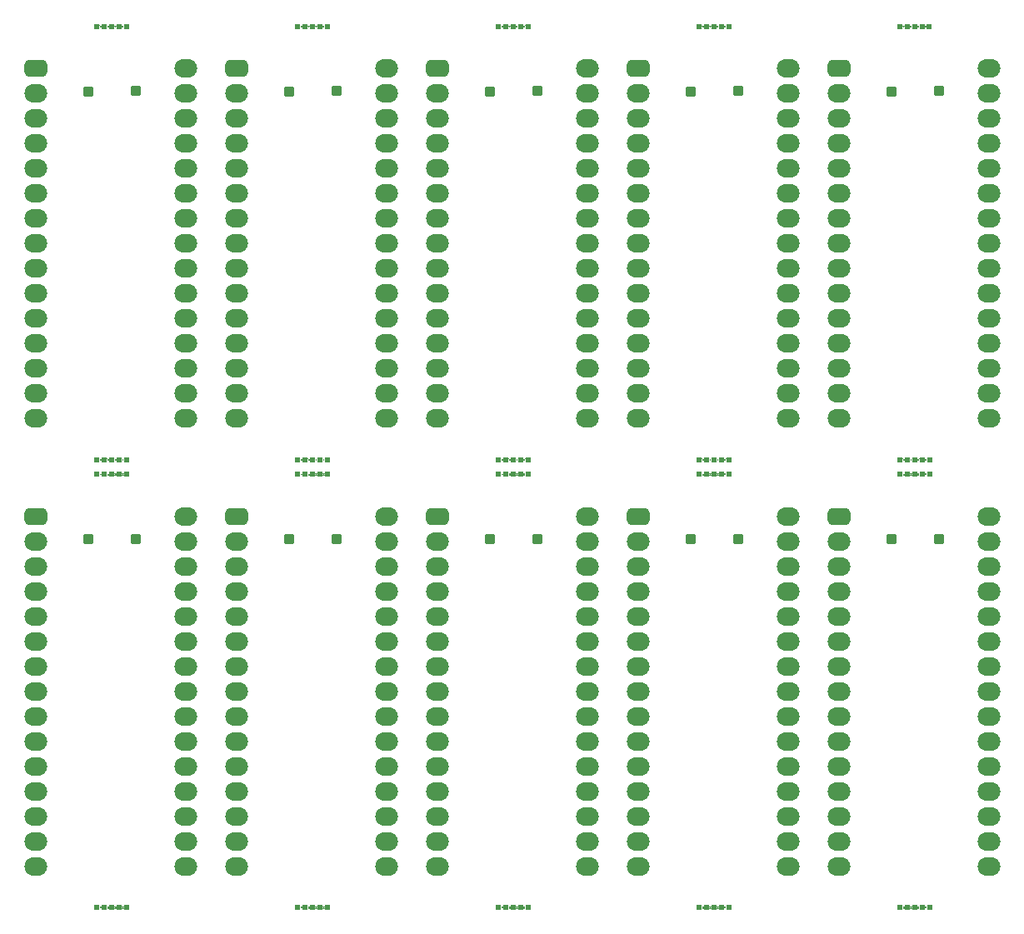
<source format=gbs>
G04 #@! TF.GenerationSoftware,KiCad,Pcbnew,6.0.1-79c1e3a40b~116~ubuntu20.04.1*
G04 #@! TF.CreationDate,2022-01-18T16:31:01+01:00*
G04 #@! TF.ProjectId,10xNano_GPIB,3130784e-616e-46f5-9f47-5049422e6b69,rev?*
G04 #@! TF.SameCoordinates,Original*
G04 #@! TF.FileFunction,Soldermask,Bot*
G04 #@! TF.FilePolarity,Negative*
%FSLAX46Y46*%
G04 Gerber Fmt 4.6, Leading zero omitted, Abs format (unit mm)*
G04 Created by KiCad (PCBNEW 6.0.1-79c1e3a40b~116~ubuntu20.04.1) date 2022-01-18 16:31:01*
%MOMM*%
%LPD*%
G01*
G04 APERTURE LIST*
G04 Aperture macros list*
%AMRoundRect*
0 Rectangle with rounded corners*
0 $1 Rounding radius*
0 $2 $3 $4 $5 $6 $7 $8 $9 X,Y pos of 4 corners*
0 Add a 4 corners polygon primitive as box body*
4,1,4,$2,$3,$4,$5,$6,$7,$8,$9,$2,$3,0*
0 Add four circle primitives for the rounded corners*
1,1,$1+$1,$2,$3*
1,1,$1+$1,$4,$5*
1,1,$1+$1,$6,$7*
1,1,$1+$1,$8,$9*
0 Add four rect primitives between the rounded corners*
20,1,$1+$1,$2,$3,$4,$5,0*
20,1,$1+$1,$4,$5,$6,$7,0*
20,1,$1+$1,$6,$7,$8,$9,0*
20,1,$1+$1,$8,$9,$2,$3,0*%
G04 Aperture macros list end*
%ADD10RoundRect,0.051000X0.425000X0.425000X-0.425000X0.425000X-0.425000X-0.425000X0.425000X-0.425000X0*%
%ADD11C,0.602000*%
%ADD12RoundRect,0.451000X-0.700000X-0.400000X0.700000X-0.400000X0.700000X0.400000X-0.700000X0.400000X0*%
%ADD13O,2.302000X1.902000*%
G04 APERTURE END LIST*
D10*
X98030439Y-100729447D03*
X123240439Y-100669447D03*
X98030439Y-55229447D03*
X143640439Y-100669447D03*
X57230439Y-55229447D03*
D11*
X80010000Y-48610000D03*
X78510000Y-48610000D03*
X81510000Y-48610000D03*
X80760000Y-48610000D03*
X79260000Y-48610000D03*
D12*
X113090000Y-52880000D03*
D13*
X113090000Y-55420000D03*
X113090000Y-57960000D03*
X113090000Y-60500000D03*
X113090000Y-63040000D03*
X113090000Y-65580000D03*
X113090000Y-68120000D03*
X113090000Y-70660000D03*
X113090000Y-73200000D03*
X113090000Y-75740000D03*
X113090000Y-78280000D03*
X113090000Y-80820000D03*
X113090000Y-83360000D03*
X113090000Y-85900000D03*
X113090000Y-88440000D03*
X128330000Y-88440000D03*
X128330000Y-85900000D03*
X128330000Y-83360000D03*
X128330000Y-80820000D03*
X128330000Y-78280000D03*
X128330000Y-75740000D03*
X128330000Y-73200000D03*
X128330000Y-70660000D03*
X128330000Y-68120000D03*
X128330000Y-65580000D03*
X128330000Y-63040000D03*
X128330000Y-60500000D03*
X128330000Y-57960000D03*
X128330000Y-55420000D03*
X128330000Y-52880000D03*
D11*
X61120000Y-92630000D03*
X60370000Y-94130000D03*
X60370000Y-92630000D03*
X59620000Y-92630000D03*
X58120000Y-94130000D03*
X61120000Y-94130000D03*
X58870000Y-92630000D03*
X59620000Y-94130000D03*
X58870000Y-94130000D03*
X58120000Y-92630000D03*
D12*
X72290000Y-52880000D03*
D13*
X72290000Y-55420000D03*
X72290000Y-57960000D03*
X72290000Y-60500000D03*
X72290000Y-63040000D03*
X72290000Y-65580000D03*
X72290000Y-68120000D03*
X72290000Y-70660000D03*
X72290000Y-73200000D03*
X72290000Y-75740000D03*
X72290000Y-78280000D03*
X72290000Y-80820000D03*
X72290000Y-83360000D03*
X72290000Y-85900000D03*
X72290000Y-88440000D03*
X87530000Y-88440000D03*
X87530000Y-85900000D03*
X87530000Y-83360000D03*
X87530000Y-80820000D03*
X87530000Y-78280000D03*
X87530000Y-75740000D03*
X87530000Y-73200000D03*
X87530000Y-70660000D03*
X87530000Y-68120000D03*
X87530000Y-65580000D03*
X87530000Y-63040000D03*
X87530000Y-60500000D03*
X87530000Y-57960000D03*
X87530000Y-55420000D03*
X87530000Y-52880000D03*
D12*
X113090000Y-98380000D03*
D13*
X113090000Y-100920000D03*
X113090000Y-103460000D03*
X113090000Y-106000000D03*
X113090000Y-108540000D03*
X113090000Y-111080000D03*
X113090000Y-113620000D03*
X113090000Y-116160000D03*
X113090000Y-118700000D03*
X113090000Y-121240000D03*
X113090000Y-123780000D03*
X113090000Y-126320000D03*
X113090000Y-128860000D03*
X113090000Y-131400000D03*
X113090000Y-133940000D03*
X128330000Y-133940000D03*
X128330000Y-131400000D03*
X128330000Y-128860000D03*
X128330000Y-126320000D03*
X128330000Y-123780000D03*
X128330000Y-121240000D03*
X128330000Y-118700000D03*
X128330000Y-116160000D03*
X128330000Y-113620000D03*
X128330000Y-111080000D03*
X128330000Y-108540000D03*
X128330000Y-106000000D03*
X128330000Y-103460000D03*
X128330000Y-100920000D03*
X128330000Y-98380000D03*
D10*
X138830439Y-100729447D03*
D12*
X72290000Y-98380000D03*
D13*
X72290000Y-100920000D03*
X72290000Y-103460000D03*
X72290000Y-106000000D03*
X72290000Y-108540000D03*
X72290000Y-111080000D03*
X72290000Y-113620000D03*
X72290000Y-116160000D03*
X72290000Y-118700000D03*
X72290000Y-121240000D03*
X72290000Y-123780000D03*
X72290000Y-126320000D03*
X72290000Y-128860000D03*
X72290000Y-131400000D03*
X72290000Y-133940000D03*
X87530000Y-133940000D03*
X87530000Y-131400000D03*
X87530000Y-128860000D03*
X87530000Y-126320000D03*
X87530000Y-123780000D03*
X87530000Y-121240000D03*
X87530000Y-118700000D03*
X87530000Y-116160000D03*
X87530000Y-113620000D03*
X87530000Y-111080000D03*
X87530000Y-108540000D03*
X87530000Y-106000000D03*
X87530000Y-103460000D03*
X87530000Y-100920000D03*
X87530000Y-98380000D03*
D11*
X140470000Y-92630000D03*
X141220000Y-92630000D03*
X141970000Y-94130000D03*
X142720000Y-94130000D03*
X139720000Y-92630000D03*
X142720000Y-92630000D03*
X140470000Y-94130000D03*
X139720000Y-94130000D03*
X141220000Y-94130000D03*
X141970000Y-92630000D03*
D10*
X77630439Y-55229447D03*
D11*
X119320000Y-138140000D03*
X120070000Y-138140000D03*
X122320000Y-138140000D03*
X121570000Y-138140000D03*
X120820000Y-138140000D03*
D12*
X92690000Y-52880000D03*
D13*
X92690000Y-55420000D03*
X92690000Y-57960000D03*
X92690000Y-60500000D03*
X92690000Y-63040000D03*
X92690000Y-65580000D03*
X92690000Y-68120000D03*
X92690000Y-70660000D03*
X92690000Y-73200000D03*
X92690000Y-75740000D03*
X92690000Y-78280000D03*
X92690000Y-80820000D03*
X92690000Y-83360000D03*
X92690000Y-85900000D03*
X92690000Y-88440000D03*
X107930000Y-88440000D03*
X107930000Y-85900000D03*
X107930000Y-83360000D03*
X107930000Y-80820000D03*
X107930000Y-78280000D03*
X107930000Y-75740000D03*
X107930000Y-73200000D03*
X107930000Y-70660000D03*
X107930000Y-68120000D03*
X107930000Y-65580000D03*
X107930000Y-63040000D03*
X107930000Y-60500000D03*
X107930000Y-57960000D03*
X107930000Y-55420000D03*
X107930000Y-52880000D03*
D10*
X102840439Y-55169447D03*
X77630439Y-100729447D03*
X143640439Y-55169447D03*
X118430439Y-55229447D03*
D11*
X98920000Y-138140000D03*
X99670000Y-138140000D03*
X101920000Y-138140000D03*
X101170000Y-138140000D03*
X100420000Y-138140000D03*
D12*
X133490000Y-52880000D03*
D13*
X133490000Y-55420000D03*
X133490000Y-57960000D03*
X133490000Y-60500000D03*
X133490000Y-63040000D03*
X133490000Y-65580000D03*
X133490000Y-68120000D03*
X133490000Y-70660000D03*
X133490000Y-73200000D03*
X133490000Y-75740000D03*
X133490000Y-78280000D03*
X133490000Y-80820000D03*
X133490000Y-83360000D03*
X133490000Y-85900000D03*
X133490000Y-88440000D03*
X148730000Y-88440000D03*
X148730000Y-85900000D03*
X148730000Y-83360000D03*
X148730000Y-80820000D03*
X148730000Y-78280000D03*
X148730000Y-75740000D03*
X148730000Y-73200000D03*
X148730000Y-70660000D03*
X148730000Y-68120000D03*
X148730000Y-65580000D03*
X148730000Y-63040000D03*
X148730000Y-60500000D03*
X148730000Y-57960000D03*
X148730000Y-55420000D03*
X148730000Y-52880000D03*
D11*
X122320000Y-94130000D03*
X120820000Y-92630000D03*
X119320000Y-92630000D03*
X122320000Y-92630000D03*
X119320000Y-94130000D03*
X120820000Y-94130000D03*
X121570000Y-92630000D03*
X120070000Y-92630000D03*
X120070000Y-94130000D03*
X121570000Y-94130000D03*
D10*
X138830439Y-55229447D03*
D12*
X92690000Y-98380000D03*
D13*
X92690000Y-100920000D03*
X92690000Y-103460000D03*
X92690000Y-106000000D03*
X92690000Y-108540000D03*
X92690000Y-111080000D03*
X92690000Y-113620000D03*
X92690000Y-116160000D03*
X92690000Y-118700000D03*
X92690000Y-121240000D03*
X92690000Y-123780000D03*
X92690000Y-126320000D03*
X92690000Y-128860000D03*
X92690000Y-131400000D03*
X92690000Y-133940000D03*
X107930000Y-133940000D03*
X107930000Y-131400000D03*
X107930000Y-128860000D03*
X107930000Y-126320000D03*
X107930000Y-123780000D03*
X107930000Y-121240000D03*
X107930000Y-118700000D03*
X107930000Y-116160000D03*
X107930000Y-113620000D03*
X107930000Y-111080000D03*
X107930000Y-108540000D03*
X107930000Y-106000000D03*
X107930000Y-103460000D03*
X107930000Y-100920000D03*
X107930000Y-98380000D03*
D10*
X82440439Y-55169447D03*
D11*
X140450000Y-48610000D03*
X139700000Y-48610000D03*
X141200000Y-48610000D03*
X141950000Y-48610000D03*
X142700000Y-48610000D03*
D10*
X62040439Y-100669447D03*
D12*
X133490000Y-98380000D03*
D13*
X133490000Y-100920000D03*
X133490000Y-103460000D03*
X133490000Y-106000000D03*
X133490000Y-108540000D03*
X133490000Y-111080000D03*
X133490000Y-113620000D03*
X133490000Y-116160000D03*
X133490000Y-118700000D03*
X133490000Y-121240000D03*
X133490000Y-123780000D03*
X133490000Y-126320000D03*
X133490000Y-128860000D03*
X133490000Y-131400000D03*
X133490000Y-133940000D03*
X148730000Y-133940000D03*
X148730000Y-131400000D03*
X148730000Y-128860000D03*
X148730000Y-126320000D03*
X148730000Y-123780000D03*
X148730000Y-121240000D03*
X148730000Y-118700000D03*
X148730000Y-116160000D03*
X148730000Y-113620000D03*
X148730000Y-111080000D03*
X148730000Y-108540000D03*
X148730000Y-106000000D03*
X148730000Y-103460000D03*
X148730000Y-100920000D03*
X148730000Y-98380000D03*
D10*
X82440439Y-100669447D03*
X57230439Y-100729447D03*
D11*
X98910000Y-48610000D03*
X101160000Y-48610000D03*
X99660000Y-48610000D03*
X101910000Y-48610000D03*
X100410000Y-48610000D03*
D12*
X51890000Y-98380000D03*
D13*
X51890000Y-100920000D03*
X51890000Y-103460000D03*
X51890000Y-106000000D03*
X51890000Y-108540000D03*
X51890000Y-111080000D03*
X51890000Y-113620000D03*
X51890000Y-116160000D03*
X51890000Y-118700000D03*
X51890000Y-121240000D03*
X51890000Y-123780000D03*
X51890000Y-126320000D03*
X51890000Y-128860000D03*
X51890000Y-131400000D03*
X51890000Y-133940000D03*
X67130000Y-133940000D03*
X67130000Y-131400000D03*
X67130000Y-128860000D03*
X67130000Y-126320000D03*
X67130000Y-123780000D03*
X67130000Y-121240000D03*
X67130000Y-118700000D03*
X67130000Y-116160000D03*
X67130000Y-113620000D03*
X67130000Y-111080000D03*
X67130000Y-108540000D03*
X67130000Y-106000000D03*
X67130000Y-103460000D03*
X67130000Y-100920000D03*
X67130000Y-98380000D03*
D10*
X62040439Y-55169447D03*
D11*
X60370000Y-138140000D03*
X61120000Y-138140000D03*
X59620000Y-138140000D03*
X58120000Y-138140000D03*
X58870000Y-138140000D03*
D12*
X51890000Y-52880000D03*
D13*
X51890000Y-55420000D03*
X51890000Y-57960000D03*
X51890000Y-60500000D03*
X51890000Y-63040000D03*
X51890000Y-65580000D03*
X51890000Y-68120000D03*
X51890000Y-70660000D03*
X51890000Y-73200000D03*
X51890000Y-75740000D03*
X51890000Y-78280000D03*
X51890000Y-80820000D03*
X51890000Y-83360000D03*
X51890000Y-85900000D03*
X51890000Y-88440000D03*
X67130000Y-88440000D03*
X67130000Y-85900000D03*
X67130000Y-83360000D03*
X67130000Y-80820000D03*
X67130000Y-78280000D03*
X67130000Y-75740000D03*
X67130000Y-73200000D03*
X67130000Y-70660000D03*
X67130000Y-68120000D03*
X67130000Y-65580000D03*
X67130000Y-63040000D03*
X67130000Y-60500000D03*
X67130000Y-57960000D03*
X67130000Y-55420000D03*
X67130000Y-52880000D03*
D11*
X78520000Y-92630000D03*
X79270000Y-94130000D03*
X81520000Y-94130000D03*
X80770000Y-94130000D03*
X78520000Y-94130000D03*
X80020000Y-92630000D03*
X81520000Y-92630000D03*
X79270000Y-92630000D03*
X80020000Y-94130000D03*
X80770000Y-92630000D03*
X60360000Y-48610000D03*
X58110000Y-48610000D03*
X59610000Y-48610000D03*
X61110000Y-48610000D03*
X58860000Y-48610000D03*
X139720000Y-138140000D03*
X141220000Y-138140000D03*
X141970000Y-138140000D03*
X140470000Y-138140000D03*
X142720000Y-138140000D03*
D10*
X123240439Y-55169447D03*
X102840439Y-100669447D03*
D11*
X80020000Y-138140000D03*
X80770000Y-138140000D03*
X79270000Y-138140000D03*
X81520000Y-138140000D03*
X78520000Y-138140000D03*
D10*
X118430439Y-100729447D03*
D11*
X99670000Y-94130000D03*
X101170000Y-92630000D03*
X98920000Y-94130000D03*
X98920000Y-92630000D03*
X101920000Y-92630000D03*
X101920000Y-94130000D03*
X99670000Y-92630000D03*
X100420000Y-92630000D03*
X100420000Y-94130000D03*
X101170000Y-94130000D03*
X121560000Y-48610000D03*
X120810000Y-48610000D03*
X122310000Y-48610000D03*
X120060000Y-48610000D03*
X119310000Y-48610000D03*
G36*
X140738315Y-138007990D02*
G01*
X140783037Y-138055343D01*
X140850263Y-138071991D01*
X140915864Y-138049635D01*
X140951095Y-138008977D01*
X140952985Y-138008323D01*
X140954496Y-138009633D01*
X140954338Y-138011287D01*
X140939062Y-138037746D01*
X140921031Y-138140000D01*
X140939062Y-138242254D01*
X140954871Y-138269637D01*
X140954871Y-138271637D01*
X140953139Y-138272637D01*
X140951685Y-138272010D01*
X140906963Y-138224657D01*
X140839737Y-138208009D01*
X140774136Y-138230365D01*
X140738905Y-138271023D01*
X140737015Y-138271677D01*
X140735504Y-138270367D01*
X140735662Y-138268713D01*
X140750938Y-138242254D01*
X140768969Y-138140000D01*
X140750938Y-138037746D01*
X140735129Y-138010363D01*
X140735129Y-138008363D01*
X140736861Y-138007363D01*
X140738315Y-138007990D01*
G37*
G36*
X60638315Y-138007990D02*
G01*
X60683037Y-138055343D01*
X60750263Y-138071991D01*
X60815864Y-138049635D01*
X60851095Y-138008977D01*
X60852985Y-138008323D01*
X60854496Y-138009633D01*
X60854338Y-138011287D01*
X60839062Y-138037746D01*
X60821031Y-138140000D01*
X60839062Y-138242254D01*
X60854871Y-138269637D01*
X60854871Y-138271637D01*
X60853139Y-138272637D01*
X60851685Y-138272010D01*
X60806963Y-138224657D01*
X60739737Y-138208009D01*
X60674136Y-138230365D01*
X60638905Y-138271023D01*
X60637015Y-138271677D01*
X60635504Y-138270367D01*
X60635662Y-138268713D01*
X60650938Y-138242254D01*
X60668969Y-138140000D01*
X60650938Y-138037746D01*
X60635129Y-138010363D01*
X60635129Y-138008363D01*
X60636861Y-138007363D01*
X60638315Y-138007990D01*
G37*
G36*
X141488315Y-138007990D02*
G01*
X141533037Y-138055343D01*
X141600263Y-138071991D01*
X141665864Y-138049635D01*
X141701095Y-138008977D01*
X141702985Y-138008323D01*
X141704496Y-138009633D01*
X141704338Y-138011287D01*
X141689062Y-138037746D01*
X141671031Y-138140000D01*
X141689062Y-138242254D01*
X141704871Y-138269637D01*
X141704871Y-138271637D01*
X141703139Y-138272637D01*
X141701685Y-138272010D01*
X141656963Y-138224657D01*
X141589737Y-138208009D01*
X141524136Y-138230365D01*
X141488905Y-138271023D01*
X141487015Y-138271677D01*
X141485504Y-138270367D01*
X141485662Y-138268713D01*
X141500938Y-138242254D01*
X141518969Y-138140000D01*
X141500938Y-138037746D01*
X141485129Y-138010363D01*
X141485129Y-138008363D01*
X141486861Y-138007363D01*
X141488315Y-138007990D01*
G37*
G36*
X59138315Y-138007990D02*
G01*
X59183037Y-138055343D01*
X59250263Y-138071991D01*
X59315864Y-138049635D01*
X59351095Y-138008977D01*
X59352985Y-138008323D01*
X59354496Y-138009633D01*
X59354338Y-138011287D01*
X59339062Y-138037746D01*
X59321031Y-138140000D01*
X59339062Y-138242254D01*
X59354871Y-138269637D01*
X59354871Y-138271637D01*
X59353139Y-138272637D01*
X59351685Y-138272010D01*
X59306963Y-138224657D01*
X59239737Y-138208009D01*
X59174136Y-138230365D01*
X59138905Y-138271023D01*
X59137015Y-138271677D01*
X59135504Y-138270367D01*
X59135662Y-138268713D01*
X59150938Y-138242254D01*
X59168969Y-138140000D01*
X59150938Y-138037746D01*
X59135129Y-138010363D01*
X59135129Y-138008363D01*
X59136861Y-138007363D01*
X59138315Y-138007990D01*
G37*
G36*
X142238315Y-138007990D02*
G01*
X142283037Y-138055343D01*
X142350263Y-138071991D01*
X142415864Y-138049635D01*
X142451095Y-138008977D01*
X142452985Y-138008323D01*
X142454496Y-138009633D01*
X142454338Y-138011287D01*
X142439062Y-138037746D01*
X142421031Y-138140000D01*
X142439062Y-138242254D01*
X142454871Y-138269637D01*
X142454871Y-138271637D01*
X142453139Y-138272637D01*
X142451685Y-138272010D01*
X142406963Y-138224657D01*
X142339737Y-138208009D01*
X142274136Y-138230365D01*
X142238905Y-138271023D01*
X142237015Y-138271677D01*
X142235504Y-138270367D01*
X142235662Y-138268713D01*
X142250938Y-138242254D01*
X142268969Y-138140000D01*
X142250938Y-138037746D01*
X142235129Y-138010363D01*
X142235129Y-138008363D01*
X142236861Y-138007363D01*
X142238315Y-138007990D01*
G37*
G36*
X81038315Y-138007990D02*
G01*
X81083037Y-138055343D01*
X81150263Y-138071991D01*
X81215864Y-138049635D01*
X81251095Y-138008977D01*
X81252985Y-138008323D01*
X81254496Y-138009633D01*
X81254338Y-138011287D01*
X81239062Y-138037746D01*
X81221031Y-138140000D01*
X81239062Y-138242254D01*
X81254871Y-138269637D01*
X81254871Y-138271637D01*
X81253139Y-138272637D01*
X81251685Y-138272010D01*
X81206963Y-138224657D01*
X81139737Y-138208009D01*
X81074136Y-138230365D01*
X81038905Y-138271023D01*
X81037015Y-138271677D01*
X81035504Y-138270367D01*
X81035662Y-138268713D01*
X81050938Y-138242254D01*
X81068969Y-138140000D01*
X81050938Y-138037746D01*
X81035129Y-138010363D01*
X81035129Y-138008363D01*
X81036861Y-138007363D01*
X81038315Y-138007990D01*
G37*
G36*
X120338315Y-138007990D02*
G01*
X120383037Y-138055343D01*
X120450263Y-138071991D01*
X120515864Y-138049635D01*
X120551095Y-138008977D01*
X120552985Y-138008323D01*
X120554496Y-138009633D01*
X120554338Y-138011287D01*
X120539062Y-138037746D01*
X120521031Y-138140000D01*
X120539062Y-138242254D01*
X120554871Y-138269637D01*
X120554871Y-138271637D01*
X120553139Y-138272637D01*
X120551685Y-138272010D01*
X120506963Y-138224657D01*
X120439737Y-138208009D01*
X120374136Y-138230365D01*
X120338905Y-138271023D01*
X120337015Y-138271677D01*
X120335504Y-138270367D01*
X120335662Y-138268713D01*
X120350938Y-138242254D01*
X120368969Y-138140000D01*
X120350938Y-138037746D01*
X120335129Y-138010363D01*
X120335129Y-138008363D01*
X120336861Y-138007363D01*
X120338315Y-138007990D01*
G37*
G36*
X58388315Y-138007990D02*
G01*
X58433037Y-138055343D01*
X58500263Y-138071991D01*
X58565864Y-138049635D01*
X58601095Y-138008977D01*
X58602985Y-138008323D01*
X58604496Y-138009633D01*
X58604338Y-138011287D01*
X58589062Y-138037746D01*
X58571031Y-138140000D01*
X58589062Y-138242254D01*
X58604871Y-138269637D01*
X58604871Y-138271637D01*
X58603139Y-138272637D01*
X58601685Y-138272010D01*
X58556963Y-138224657D01*
X58489737Y-138208009D01*
X58424136Y-138230365D01*
X58388905Y-138271023D01*
X58387015Y-138271677D01*
X58385504Y-138270367D01*
X58385662Y-138268713D01*
X58400938Y-138242254D01*
X58418969Y-138140000D01*
X58400938Y-138037746D01*
X58385129Y-138010363D01*
X58385129Y-138008363D01*
X58386861Y-138007363D01*
X58388315Y-138007990D01*
G37*
G36*
X119588315Y-138007990D02*
G01*
X119633037Y-138055343D01*
X119700263Y-138071991D01*
X119765864Y-138049635D01*
X119801095Y-138008977D01*
X119802985Y-138008323D01*
X119804496Y-138009633D01*
X119804338Y-138011287D01*
X119789062Y-138037746D01*
X119771031Y-138140000D01*
X119789062Y-138242254D01*
X119804871Y-138269637D01*
X119804871Y-138271637D01*
X119803139Y-138272637D01*
X119801685Y-138272010D01*
X119756963Y-138224657D01*
X119689737Y-138208009D01*
X119624136Y-138230365D01*
X119588905Y-138271023D01*
X119587015Y-138271677D01*
X119585504Y-138270367D01*
X119585662Y-138268713D01*
X119600938Y-138242254D01*
X119618969Y-138140000D01*
X119600938Y-138037746D01*
X119585129Y-138010363D01*
X119585129Y-138008363D01*
X119586861Y-138007363D01*
X119588315Y-138007990D01*
G37*
G36*
X79538315Y-138007990D02*
G01*
X79583037Y-138055343D01*
X79650263Y-138071991D01*
X79715864Y-138049635D01*
X79751095Y-138008977D01*
X79752985Y-138008323D01*
X79754496Y-138009633D01*
X79754338Y-138011287D01*
X79739062Y-138037746D01*
X79721031Y-138140000D01*
X79739062Y-138242254D01*
X79754871Y-138269637D01*
X79754871Y-138271637D01*
X79753139Y-138272637D01*
X79751685Y-138272010D01*
X79706963Y-138224657D01*
X79639737Y-138208009D01*
X79574136Y-138230365D01*
X79538905Y-138271023D01*
X79537015Y-138271677D01*
X79535504Y-138270367D01*
X79535662Y-138268713D01*
X79550938Y-138242254D01*
X79568969Y-138140000D01*
X79550938Y-138037746D01*
X79535129Y-138010363D01*
X79535129Y-138008363D01*
X79536861Y-138007363D01*
X79538315Y-138007990D01*
G37*
G36*
X99188315Y-138007990D02*
G01*
X99233037Y-138055343D01*
X99300263Y-138071991D01*
X99365864Y-138049635D01*
X99401095Y-138008977D01*
X99402985Y-138008323D01*
X99404496Y-138009633D01*
X99404338Y-138011287D01*
X99389062Y-138037746D01*
X99371031Y-138140000D01*
X99389062Y-138242254D01*
X99404871Y-138269637D01*
X99404871Y-138271637D01*
X99403139Y-138272637D01*
X99401685Y-138272010D01*
X99356963Y-138224657D01*
X99289737Y-138208009D01*
X99224136Y-138230365D01*
X99188905Y-138271023D01*
X99187015Y-138271677D01*
X99185504Y-138270367D01*
X99185662Y-138268713D01*
X99200938Y-138242254D01*
X99218969Y-138140000D01*
X99200938Y-138037746D01*
X99185129Y-138010363D01*
X99185129Y-138008363D01*
X99186861Y-138007363D01*
X99188315Y-138007990D01*
G37*
G36*
X78788315Y-138007990D02*
G01*
X78833037Y-138055343D01*
X78900263Y-138071991D01*
X78965864Y-138049635D01*
X79001095Y-138008977D01*
X79002985Y-138008323D01*
X79004496Y-138009633D01*
X79004338Y-138011287D01*
X78989062Y-138037746D01*
X78971031Y-138140000D01*
X78989062Y-138242254D01*
X79004871Y-138269637D01*
X79004871Y-138271637D01*
X79003139Y-138272637D01*
X79001685Y-138272010D01*
X78956963Y-138224657D01*
X78889737Y-138208009D01*
X78824136Y-138230365D01*
X78788905Y-138271023D01*
X78787015Y-138271677D01*
X78785504Y-138270367D01*
X78785662Y-138268713D01*
X78800938Y-138242254D01*
X78818969Y-138140000D01*
X78800938Y-138037746D01*
X78785129Y-138010363D01*
X78785129Y-138008363D01*
X78786861Y-138007363D01*
X78788315Y-138007990D01*
G37*
G36*
X59888315Y-138007990D02*
G01*
X59933037Y-138055343D01*
X60000263Y-138071991D01*
X60065864Y-138049635D01*
X60101095Y-138008977D01*
X60102985Y-138008323D01*
X60104496Y-138009633D01*
X60104338Y-138011287D01*
X60089062Y-138037746D01*
X60071031Y-138140000D01*
X60089062Y-138242254D01*
X60104871Y-138269637D01*
X60104871Y-138271637D01*
X60103139Y-138272637D01*
X60101685Y-138272010D01*
X60056963Y-138224657D01*
X59989737Y-138208009D01*
X59924136Y-138230365D01*
X59888905Y-138271023D01*
X59887015Y-138271677D01*
X59885504Y-138270367D01*
X59885662Y-138268713D01*
X59900938Y-138242254D01*
X59918969Y-138140000D01*
X59900938Y-138037746D01*
X59885129Y-138010363D01*
X59885129Y-138008363D01*
X59886861Y-138007363D01*
X59888315Y-138007990D01*
G37*
G36*
X100688315Y-138007990D02*
G01*
X100733037Y-138055343D01*
X100800263Y-138071991D01*
X100865864Y-138049635D01*
X100901095Y-138008977D01*
X100902985Y-138008323D01*
X100904496Y-138009633D01*
X100904338Y-138011287D01*
X100889062Y-138037746D01*
X100871031Y-138140000D01*
X100889062Y-138242254D01*
X100904871Y-138269637D01*
X100904871Y-138271637D01*
X100903139Y-138272637D01*
X100901685Y-138272010D01*
X100856963Y-138224657D01*
X100789737Y-138208009D01*
X100724136Y-138230365D01*
X100688905Y-138271023D01*
X100687015Y-138271677D01*
X100685504Y-138270367D01*
X100685662Y-138268713D01*
X100700938Y-138242254D01*
X100718969Y-138140000D01*
X100700938Y-138037746D01*
X100685129Y-138010363D01*
X100685129Y-138008363D01*
X100686861Y-138007363D01*
X100688315Y-138007990D01*
G37*
G36*
X99938315Y-138007990D02*
G01*
X99983037Y-138055343D01*
X100050263Y-138071991D01*
X100115864Y-138049635D01*
X100151095Y-138008977D01*
X100152985Y-138008323D01*
X100154496Y-138009633D01*
X100154338Y-138011287D01*
X100139062Y-138037746D01*
X100121031Y-138140000D01*
X100139062Y-138242254D01*
X100154871Y-138269637D01*
X100154871Y-138271637D01*
X100153139Y-138272637D01*
X100151685Y-138272010D01*
X100106963Y-138224657D01*
X100039737Y-138208009D01*
X99974136Y-138230365D01*
X99938905Y-138271023D01*
X99937015Y-138271677D01*
X99935504Y-138270367D01*
X99935662Y-138268713D01*
X99950938Y-138242254D01*
X99968969Y-138140000D01*
X99950938Y-138037746D01*
X99935129Y-138010363D01*
X99935129Y-138008363D01*
X99936861Y-138007363D01*
X99938315Y-138007990D01*
G37*
G36*
X121088315Y-138007990D02*
G01*
X121133037Y-138055343D01*
X121200263Y-138071991D01*
X121265864Y-138049635D01*
X121301095Y-138008977D01*
X121302985Y-138008323D01*
X121304496Y-138009633D01*
X121304338Y-138011287D01*
X121289062Y-138037746D01*
X121271031Y-138140000D01*
X121289062Y-138242254D01*
X121304871Y-138269637D01*
X121304871Y-138271637D01*
X121303139Y-138272637D01*
X121301685Y-138272010D01*
X121256963Y-138224657D01*
X121189737Y-138208009D01*
X121124136Y-138230365D01*
X121088905Y-138271023D01*
X121087015Y-138271677D01*
X121085504Y-138270367D01*
X121085662Y-138268713D01*
X121100938Y-138242254D01*
X121118969Y-138140000D01*
X121100938Y-138037746D01*
X121085129Y-138010363D01*
X121085129Y-138008363D01*
X121086861Y-138007363D01*
X121088315Y-138007990D01*
G37*
G36*
X101438315Y-138007990D02*
G01*
X101483037Y-138055343D01*
X101550263Y-138071991D01*
X101615864Y-138049635D01*
X101651095Y-138008977D01*
X101652985Y-138008323D01*
X101654496Y-138009633D01*
X101654338Y-138011287D01*
X101639062Y-138037746D01*
X101621031Y-138140000D01*
X101639062Y-138242254D01*
X101654871Y-138269637D01*
X101654871Y-138271637D01*
X101653139Y-138272637D01*
X101651685Y-138272010D01*
X101606963Y-138224657D01*
X101539737Y-138208009D01*
X101474136Y-138230365D01*
X101438905Y-138271023D01*
X101437015Y-138271677D01*
X101435504Y-138270367D01*
X101435662Y-138268713D01*
X101450938Y-138242254D01*
X101468969Y-138140000D01*
X101450938Y-138037746D01*
X101435129Y-138010363D01*
X101435129Y-138008363D01*
X101436861Y-138007363D01*
X101438315Y-138007990D01*
G37*
G36*
X80288315Y-138007990D02*
G01*
X80333037Y-138055343D01*
X80400263Y-138071991D01*
X80465864Y-138049635D01*
X80501095Y-138008977D01*
X80502985Y-138008323D01*
X80504496Y-138009633D01*
X80504338Y-138011287D01*
X80489062Y-138037746D01*
X80471031Y-138140000D01*
X80489062Y-138242254D01*
X80504871Y-138269637D01*
X80504871Y-138271637D01*
X80503139Y-138272637D01*
X80501685Y-138272010D01*
X80456963Y-138224657D01*
X80389737Y-138208009D01*
X80324136Y-138230365D01*
X80288905Y-138271023D01*
X80287015Y-138271677D01*
X80285504Y-138270367D01*
X80285662Y-138268713D01*
X80300938Y-138242254D01*
X80318969Y-138140000D01*
X80300938Y-138037746D01*
X80285129Y-138010363D01*
X80285129Y-138008363D01*
X80286861Y-138007363D01*
X80288315Y-138007990D01*
G37*
G36*
X121838315Y-138007990D02*
G01*
X121883037Y-138055343D01*
X121950263Y-138071991D01*
X122015864Y-138049635D01*
X122051095Y-138008977D01*
X122052985Y-138008323D01*
X122054496Y-138009633D01*
X122054338Y-138011287D01*
X122039062Y-138037746D01*
X122021031Y-138140000D01*
X122039062Y-138242254D01*
X122054871Y-138269637D01*
X122054871Y-138271637D01*
X122053139Y-138272637D01*
X122051685Y-138272010D01*
X122006963Y-138224657D01*
X121939737Y-138208009D01*
X121874136Y-138230365D01*
X121838905Y-138271023D01*
X121837015Y-138271677D01*
X121835504Y-138270367D01*
X121835662Y-138268713D01*
X121850938Y-138242254D01*
X121868969Y-138140000D01*
X121850938Y-138037746D01*
X121835129Y-138010363D01*
X121835129Y-138008363D01*
X121836861Y-138007363D01*
X121838315Y-138007990D01*
G37*
G36*
X139988315Y-138007990D02*
G01*
X140033037Y-138055343D01*
X140100263Y-138071991D01*
X140165864Y-138049635D01*
X140201095Y-138008977D01*
X140202985Y-138008323D01*
X140204496Y-138009633D01*
X140204338Y-138011287D01*
X140189062Y-138037746D01*
X140171031Y-138140000D01*
X140189062Y-138242254D01*
X140204871Y-138269637D01*
X140204871Y-138271637D01*
X140203139Y-138272637D01*
X140201685Y-138272010D01*
X140156963Y-138224657D01*
X140089737Y-138208009D01*
X140024136Y-138230365D01*
X139988905Y-138271023D01*
X139987015Y-138271677D01*
X139985504Y-138270367D01*
X139985662Y-138268713D01*
X140000938Y-138242254D01*
X140018969Y-138140000D01*
X140000938Y-138037746D01*
X139985129Y-138010363D01*
X139985129Y-138008363D01*
X139986861Y-138007363D01*
X139988315Y-138007990D01*
G37*
G36*
X60638315Y-93997990D02*
G01*
X60683037Y-94045343D01*
X60750263Y-94061991D01*
X60815864Y-94039635D01*
X60851095Y-93998977D01*
X60852985Y-93998323D01*
X60854496Y-93999633D01*
X60854338Y-94001287D01*
X60839062Y-94027746D01*
X60821031Y-94130000D01*
X60839062Y-94232254D01*
X60854871Y-94259637D01*
X60854871Y-94261637D01*
X60853139Y-94262637D01*
X60851685Y-94262010D01*
X60806963Y-94214657D01*
X60739737Y-94198009D01*
X60674136Y-94220365D01*
X60638905Y-94261023D01*
X60637015Y-94261677D01*
X60635504Y-94260367D01*
X60635662Y-94258713D01*
X60650938Y-94232254D01*
X60668969Y-94130000D01*
X60650938Y-94027746D01*
X60635129Y-94000363D01*
X60635129Y-93998363D01*
X60636861Y-93997363D01*
X60638315Y-93997990D01*
G37*
G36*
X139988315Y-93997990D02*
G01*
X140033037Y-94045343D01*
X140100263Y-94061991D01*
X140165864Y-94039635D01*
X140201095Y-93998977D01*
X140202985Y-93998323D01*
X140204496Y-93999633D01*
X140204338Y-94001287D01*
X140189062Y-94027746D01*
X140171031Y-94130000D01*
X140189062Y-94232254D01*
X140204871Y-94259637D01*
X140204871Y-94261637D01*
X140203139Y-94262637D01*
X140201685Y-94262010D01*
X140156963Y-94214657D01*
X140089737Y-94198009D01*
X140024136Y-94220365D01*
X139988905Y-94261023D01*
X139987015Y-94261677D01*
X139985504Y-94260367D01*
X139985662Y-94258713D01*
X140000938Y-94232254D01*
X140018969Y-94130000D01*
X140000938Y-94027746D01*
X139985129Y-94000363D01*
X139985129Y-93998363D01*
X139986861Y-93997363D01*
X139988315Y-93997990D01*
G37*
G36*
X59888315Y-93997990D02*
G01*
X59933037Y-94045343D01*
X60000263Y-94061991D01*
X60065864Y-94039635D01*
X60101095Y-93998977D01*
X60102985Y-93998323D01*
X60104496Y-93999633D01*
X60104338Y-94001287D01*
X60089062Y-94027746D01*
X60071031Y-94130000D01*
X60089062Y-94232254D01*
X60104871Y-94259637D01*
X60104871Y-94261637D01*
X60103139Y-94262637D01*
X60101685Y-94262010D01*
X60056963Y-94214657D01*
X59989737Y-94198009D01*
X59924136Y-94220365D01*
X59888905Y-94261023D01*
X59887015Y-94261677D01*
X59885504Y-94260367D01*
X59885662Y-94258713D01*
X59900938Y-94232254D01*
X59918969Y-94130000D01*
X59900938Y-94027746D01*
X59885129Y-94000363D01*
X59885129Y-93998363D01*
X59886861Y-93997363D01*
X59888315Y-93997990D01*
G37*
G36*
X121838315Y-93997990D02*
G01*
X121883037Y-94045343D01*
X121950263Y-94061991D01*
X122015864Y-94039635D01*
X122051095Y-93998977D01*
X122052985Y-93998323D01*
X122054496Y-93999633D01*
X122054338Y-94001287D01*
X122039062Y-94027746D01*
X122021031Y-94130000D01*
X122039062Y-94232254D01*
X122054871Y-94259637D01*
X122054871Y-94261637D01*
X122053139Y-94262637D01*
X122051685Y-94262010D01*
X122006963Y-94214657D01*
X121939737Y-94198009D01*
X121874136Y-94220365D01*
X121838905Y-94261023D01*
X121837015Y-94261677D01*
X121835504Y-94260367D01*
X121835662Y-94258713D01*
X121850938Y-94232254D01*
X121868969Y-94130000D01*
X121850938Y-94027746D01*
X121835129Y-94000363D01*
X121835129Y-93998363D01*
X121836861Y-93997363D01*
X121838315Y-93997990D01*
G37*
G36*
X121088315Y-93997990D02*
G01*
X121133037Y-94045343D01*
X121200263Y-94061991D01*
X121265864Y-94039635D01*
X121301095Y-93998977D01*
X121302985Y-93998323D01*
X121304496Y-93999633D01*
X121304338Y-94001287D01*
X121289062Y-94027746D01*
X121271031Y-94130000D01*
X121289062Y-94232254D01*
X121304871Y-94259637D01*
X121304871Y-94261637D01*
X121303139Y-94262637D01*
X121301685Y-94262010D01*
X121256963Y-94214657D01*
X121189737Y-94198009D01*
X121124136Y-94220365D01*
X121088905Y-94261023D01*
X121087015Y-94261677D01*
X121085504Y-94260367D01*
X121085662Y-94258713D01*
X121100938Y-94232254D01*
X121118969Y-94130000D01*
X121100938Y-94027746D01*
X121085129Y-94000363D01*
X121085129Y-93998363D01*
X121086861Y-93997363D01*
X121088315Y-93997990D01*
G37*
G36*
X59138315Y-93997990D02*
G01*
X59183037Y-94045343D01*
X59250263Y-94061991D01*
X59315864Y-94039635D01*
X59351095Y-93998977D01*
X59352985Y-93998323D01*
X59354496Y-93999633D01*
X59354338Y-94001287D01*
X59339062Y-94027746D01*
X59321031Y-94130000D01*
X59339062Y-94232254D01*
X59354871Y-94259637D01*
X59354871Y-94261637D01*
X59353139Y-94262637D01*
X59351685Y-94262010D01*
X59306963Y-94214657D01*
X59239737Y-94198009D01*
X59174136Y-94220365D01*
X59138905Y-94261023D01*
X59137015Y-94261677D01*
X59135504Y-94260367D01*
X59135662Y-94258713D01*
X59150938Y-94232254D01*
X59168969Y-94130000D01*
X59150938Y-94027746D01*
X59135129Y-94000363D01*
X59135129Y-93998363D01*
X59136861Y-93997363D01*
X59138315Y-93997990D01*
G37*
G36*
X120338315Y-93997990D02*
G01*
X120383037Y-94045343D01*
X120450263Y-94061991D01*
X120515864Y-94039635D01*
X120551095Y-93998977D01*
X120552985Y-93998323D01*
X120554496Y-93999633D01*
X120554338Y-94001287D01*
X120539062Y-94027746D01*
X120521031Y-94130000D01*
X120539062Y-94232254D01*
X120554871Y-94259637D01*
X120554871Y-94261637D01*
X120553139Y-94262637D01*
X120551685Y-94262010D01*
X120506963Y-94214657D01*
X120439737Y-94198009D01*
X120374136Y-94220365D01*
X120338905Y-94261023D01*
X120337015Y-94261677D01*
X120335504Y-94260367D01*
X120335662Y-94258713D01*
X120350938Y-94232254D01*
X120368969Y-94130000D01*
X120350938Y-94027746D01*
X120335129Y-94000363D01*
X120335129Y-93998363D01*
X120336861Y-93997363D01*
X120338315Y-93997990D01*
G37*
G36*
X80288315Y-93997990D02*
G01*
X80333037Y-94045343D01*
X80400263Y-94061991D01*
X80465864Y-94039635D01*
X80501095Y-93998977D01*
X80502985Y-93998323D01*
X80504496Y-93999633D01*
X80504338Y-94001287D01*
X80489062Y-94027746D01*
X80471031Y-94130000D01*
X80489062Y-94232254D01*
X80504871Y-94259637D01*
X80504871Y-94261637D01*
X80503139Y-94262637D01*
X80501685Y-94262010D01*
X80456963Y-94214657D01*
X80389737Y-94198009D01*
X80324136Y-94220365D01*
X80288905Y-94261023D01*
X80287015Y-94261677D01*
X80285504Y-94260367D01*
X80285662Y-94258713D01*
X80300938Y-94232254D01*
X80318969Y-94130000D01*
X80300938Y-94027746D01*
X80285129Y-94000363D01*
X80285129Y-93998363D01*
X80286861Y-93997363D01*
X80288315Y-93997990D01*
G37*
G36*
X119588315Y-93997990D02*
G01*
X119633037Y-94045343D01*
X119700263Y-94061991D01*
X119765864Y-94039635D01*
X119801095Y-93998977D01*
X119802985Y-93998323D01*
X119804496Y-93999633D01*
X119804338Y-94001287D01*
X119789062Y-94027746D01*
X119771031Y-94130000D01*
X119789062Y-94232254D01*
X119804871Y-94259637D01*
X119804871Y-94261637D01*
X119803139Y-94262637D01*
X119801685Y-94262010D01*
X119756963Y-94214657D01*
X119689737Y-94198009D01*
X119624136Y-94220365D01*
X119588905Y-94261023D01*
X119587015Y-94261677D01*
X119585504Y-94260367D01*
X119585662Y-94258713D01*
X119600938Y-94232254D01*
X119618969Y-94130000D01*
X119600938Y-94027746D01*
X119585129Y-94000363D01*
X119585129Y-93998363D01*
X119586861Y-93997363D01*
X119588315Y-93997990D01*
G37*
G36*
X81038315Y-93997990D02*
G01*
X81083037Y-94045343D01*
X81150263Y-94061991D01*
X81215864Y-94039635D01*
X81251095Y-93998977D01*
X81252985Y-93998323D01*
X81254496Y-93999633D01*
X81254338Y-94001287D01*
X81239062Y-94027746D01*
X81221031Y-94130000D01*
X81239062Y-94232254D01*
X81254871Y-94259637D01*
X81254871Y-94261637D01*
X81253139Y-94262637D01*
X81251685Y-94262010D01*
X81206963Y-94214657D01*
X81139737Y-94198009D01*
X81074136Y-94220365D01*
X81038905Y-94261023D01*
X81037015Y-94261677D01*
X81035504Y-94260367D01*
X81035662Y-94258713D01*
X81050938Y-94232254D01*
X81068969Y-94130000D01*
X81050938Y-94027746D01*
X81035129Y-94000363D01*
X81035129Y-93998363D01*
X81036861Y-93997363D01*
X81038315Y-93997990D01*
G37*
G36*
X101438315Y-93997990D02*
G01*
X101483037Y-94045343D01*
X101550263Y-94061991D01*
X101615864Y-94039635D01*
X101651095Y-93998977D01*
X101652985Y-93998323D01*
X101654496Y-93999633D01*
X101654338Y-94001287D01*
X101639062Y-94027746D01*
X101621031Y-94130000D01*
X101639062Y-94232254D01*
X101654871Y-94259637D01*
X101654871Y-94261637D01*
X101653139Y-94262637D01*
X101651685Y-94262010D01*
X101606963Y-94214657D01*
X101539737Y-94198009D01*
X101474136Y-94220365D01*
X101438905Y-94261023D01*
X101437015Y-94261677D01*
X101435504Y-94260367D01*
X101435662Y-94258713D01*
X101450938Y-94232254D01*
X101468969Y-94130000D01*
X101450938Y-94027746D01*
X101435129Y-94000363D01*
X101435129Y-93998363D01*
X101436861Y-93997363D01*
X101438315Y-93997990D01*
G37*
G36*
X99188315Y-93997990D02*
G01*
X99233037Y-94045343D01*
X99300263Y-94061991D01*
X99365864Y-94039635D01*
X99401095Y-93998977D01*
X99402985Y-93998323D01*
X99404496Y-93999633D01*
X99404338Y-94001287D01*
X99389062Y-94027746D01*
X99371031Y-94130000D01*
X99389062Y-94232254D01*
X99404871Y-94259637D01*
X99404871Y-94261637D01*
X99403139Y-94262637D01*
X99401685Y-94262010D01*
X99356963Y-94214657D01*
X99289737Y-94198009D01*
X99224136Y-94220365D01*
X99188905Y-94261023D01*
X99187015Y-94261677D01*
X99185504Y-94260367D01*
X99185662Y-94258713D01*
X99200938Y-94232254D01*
X99218969Y-94130000D01*
X99200938Y-94027746D01*
X99185129Y-94000363D01*
X99185129Y-93998363D01*
X99186861Y-93997363D01*
X99188315Y-93997990D01*
G37*
G36*
X100688315Y-93997990D02*
G01*
X100733037Y-94045343D01*
X100800263Y-94061991D01*
X100865864Y-94039635D01*
X100901095Y-93998977D01*
X100902985Y-93998323D01*
X100904496Y-93999633D01*
X100904338Y-94001287D01*
X100889062Y-94027746D01*
X100871031Y-94130000D01*
X100889062Y-94232254D01*
X100904871Y-94259637D01*
X100904871Y-94261637D01*
X100903139Y-94262637D01*
X100901685Y-94262010D01*
X100856963Y-94214657D01*
X100789737Y-94198009D01*
X100724136Y-94220365D01*
X100688905Y-94261023D01*
X100687015Y-94261677D01*
X100685504Y-94260367D01*
X100685662Y-94258713D01*
X100700938Y-94232254D01*
X100718969Y-94130000D01*
X100700938Y-94027746D01*
X100685129Y-94000363D01*
X100685129Y-93998363D01*
X100686861Y-93997363D01*
X100688315Y-93997990D01*
G37*
G36*
X141488315Y-93997990D02*
G01*
X141533037Y-94045343D01*
X141600263Y-94061991D01*
X141665864Y-94039635D01*
X141701095Y-93998977D01*
X141702985Y-93998323D01*
X141704496Y-93999633D01*
X141704338Y-94001287D01*
X141689062Y-94027746D01*
X141671031Y-94130000D01*
X141689062Y-94232254D01*
X141704871Y-94259637D01*
X141704871Y-94261637D01*
X141703139Y-94262637D01*
X141701685Y-94262010D01*
X141656963Y-94214657D01*
X141589737Y-94198009D01*
X141524136Y-94220365D01*
X141488905Y-94261023D01*
X141487015Y-94261677D01*
X141485504Y-94260367D01*
X141485662Y-94258713D01*
X141500938Y-94232254D01*
X141518969Y-94130000D01*
X141500938Y-94027746D01*
X141485129Y-94000363D01*
X141485129Y-93998363D01*
X141486861Y-93997363D01*
X141488315Y-93997990D01*
G37*
G36*
X58388315Y-93997990D02*
G01*
X58433037Y-94045343D01*
X58500263Y-94061991D01*
X58565864Y-94039635D01*
X58601095Y-93998977D01*
X58602985Y-93998323D01*
X58604496Y-93999633D01*
X58604338Y-94001287D01*
X58589062Y-94027746D01*
X58571031Y-94130000D01*
X58589062Y-94232254D01*
X58604871Y-94259637D01*
X58604871Y-94261637D01*
X58603139Y-94262637D01*
X58601685Y-94262010D01*
X58556963Y-94214657D01*
X58489737Y-94198009D01*
X58424136Y-94220365D01*
X58388905Y-94261023D01*
X58387015Y-94261677D01*
X58385504Y-94260367D01*
X58385662Y-94258713D01*
X58400938Y-94232254D01*
X58418969Y-94130000D01*
X58400938Y-94027746D01*
X58385129Y-94000363D01*
X58385129Y-93998363D01*
X58386861Y-93997363D01*
X58388315Y-93997990D01*
G37*
G36*
X142238315Y-93997990D02*
G01*
X142283037Y-94045343D01*
X142350263Y-94061991D01*
X142415864Y-94039635D01*
X142451095Y-93998977D01*
X142452985Y-93998323D01*
X142454496Y-93999633D01*
X142454338Y-94001287D01*
X142439062Y-94027746D01*
X142421031Y-94130000D01*
X142439062Y-94232254D01*
X142454871Y-94259637D01*
X142454871Y-94261637D01*
X142453139Y-94262637D01*
X142451685Y-94262010D01*
X142406963Y-94214657D01*
X142339737Y-94198009D01*
X142274136Y-94220365D01*
X142238905Y-94261023D01*
X142237015Y-94261677D01*
X142235504Y-94260367D01*
X142235662Y-94258713D01*
X142250938Y-94232254D01*
X142268969Y-94130000D01*
X142250938Y-94027746D01*
X142235129Y-94000363D01*
X142235129Y-93998363D01*
X142236861Y-93997363D01*
X142238315Y-93997990D01*
G37*
G36*
X78788315Y-93997990D02*
G01*
X78833037Y-94045343D01*
X78900263Y-94061991D01*
X78965864Y-94039635D01*
X79001095Y-93998977D01*
X79002985Y-93998323D01*
X79004496Y-93999633D01*
X79004338Y-94001287D01*
X78989062Y-94027746D01*
X78971031Y-94130000D01*
X78989062Y-94232254D01*
X79004871Y-94259637D01*
X79004871Y-94261637D01*
X79003139Y-94262637D01*
X79001685Y-94262010D01*
X78956963Y-94214657D01*
X78889737Y-94198009D01*
X78824136Y-94220365D01*
X78788905Y-94261023D01*
X78787015Y-94261677D01*
X78785504Y-94260367D01*
X78785662Y-94258713D01*
X78800938Y-94232254D01*
X78818969Y-94130000D01*
X78800938Y-94027746D01*
X78785129Y-94000363D01*
X78785129Y-93998363D01*
X78786861Y-93997363D01*
X78788315Y-93997990D01*
G37*
G36*
X99938315Y-93997990D02*
G01*
X99983037Y-94045343D01*
X100050263Y-94061991D01*
X100115864Y-94039635D01*
X100151095Y-93998977D01*
X100152985Y-93998323D01*
X100154496Y-93999633D01*
X100154338Y-94001287D01*
X100139062Y-94027746D01*
X100121031Y-94130000D01*
X100139062Y-94232254D01*
X100154871Y-94259637D01*
X100154871Y-94261637D01*
X100153139Y-94262637D01*
X100151685Y-94262010D01*
X100106963Y-94214657D01*
X100039737Y-94198009D01*
X99974136Y-94220365D01*
X99938905Y-94261023D01*
X99937015Y-94261677D01*
X99935504Y-94260367D01*
X99935662Y-94258713D01*
X99950938Y-94232254D01*
X99968969Y-94130000D01*
X99950938Y-94027746D01*
X99935129Y-94000363D01*
X99935129Y-93998363D01*
X99936861Y-93997363D01*
X99938315Y-93997990D01*
G37*
G36*
X140738315Y-93997990D02*
G01*
X140783037Y-94045343D01*
X140850263Y-94061991D01*
X140915864Y-94039635D01*
X140951095Y-93998977D01*
X140952985Y-93998323D01*
X140954496Y-93999633D01*
X140954338Y-94001287D01*
X140939062Y-94027746D01*
X140921031Y-94130000D01*
X140939062Y-94232254D01*
X140954871Y-94259637D01*
X140954871Y-94261637D01*
X140953139Y-94262637D01*
X140951685Y-94262010D01*
X140906963Y-94214657D01*
X140839737Y-94198009D01*
X140774136Y-94220365D01*
X140738905Y-94261023D01*
X140737015Y-94261677D01*
X140735504Y-94260367D01*
X140735662Y-94258713D01*
X140750938Y-94232254D01*
X140768969Y-94130000D01*
X140750938Y-94027746D01*
X140735129Y-94000363D01*
X140735129Y-93998363D01*
X140736861Y-93997363D01*
X140738315Y-93997990D01*
G37*
G36*
X79538315Y-93997990D02*
G01*
X79583037Y-94045343D01*
X79650263Y-94061991D01*
X79715864Y-94039635D01*
X79751095Y-93998977D01*
X79752985Y-93998323D01*
X79754496Y-93999633D01*
X79754338Y-94001287D01*
X79739062Y-94027746D01*
X79721031Y-94130000D01*
X79739062Y-94232254D01*
X79754871Y-94259637D01*
X79754871Y-94261637D01*
X79753139Y-94262637D01*
X79751685Y-94262010D01*
X79706963Y-94214657D01*
X79639737Y-94198009D01*
X79574136Y-94220365D01*
X79538905Y-94261023D01*
X79537015Y-94261677D01*
X79535504Y-94260367D01*
X79535662Y-94258713D01*
X79550938Y-94232254D01*
X79568969Y-94130000D01*
X79550938Y-94027746D01*
X79535129Y-94000363D01*
X79535129Y-93998363D01*
X79536861Y-93997363D01*
X79538315Y-93997990D01*
G37*
G36*
X140738315Y-92497990D02*
G01*
X140783037Y-92545343D01*
X140850263Y-92561991D01*
X140915864Y-92539635D01*
X140951095Y-92498977D01*
X140952985Y-92498323D01*
X140954496Y-92499633D01*
X140954338Y-92501287D01*
X140939062Y-92527746D01*
X140921031Y-92630000D01*
X140939062Y-92732254D01*
X140954871Y-92759637D01*
X140954871Y-92761637D01*
X140953139Y-92762637D01*
X140951685Y-92762010D01*
X140906963Y-92714657D01*
X140839737Y-92698009D01*
X140774136Y-92720365D01*
X140738905Y-92761023D01*
X140737015Y-92761677D01*
X140735504Y-92760367D01*
X140735662Y-92758713D01*
X140750938Y-92732254D01*
X140768969Y-92630000D01*
X140750938Y-92527746D01*
X140735129Y-92500363D01*
X140735129Y-92498363D01*
X140736861Y-92497363D01*
X140738315Y-92497990D01*
G37*
G36*
X99188315Y-92497990D02*
G01*
X99233037Y-92545343D01*
X99300263Y-92561991D01*
X99365864Y-92539635D01*
X99401095Y-92498977D01*
X99402985Y-92498323D01*
X99404496Y-92499633D01*
X99404338Y-92501287D01*
X99389062Y-92527746D01*
X99371031Y-92630000D01*
X99389062Y-92732254D01*
X99404871Y-92759637D01*
X99404871Y-92761637D01*
X99403139Y-92762637D01*
X99401685Y-92762010D01*
X99356963Y-92714657D01*
X99289737Y-92698009D01*
X99224136Y-92720365D01*
X99188905Y-92761023D01*
X99187015Y-92761677D01*
X99185504Y-92760367D01*
X99185662Y-92758713D01*
X99200938Y-92732254D01*
X99218969Y-92630000D01*
X99200938Y-92527746D01*
X99185129Y-92500363D01*
X99185129Y-92498363D01*
X99186861Y-92497363D01*
X99188315Y-92497990D01*
G37*
G36*
X79538315Y-92497990D02*
G01*
X79583037Y-92545343D01*
X79650263Y-92561991D01*
X79715864Y-92539635D01*
X79751095Y-92498977D01*
X79752985Y-92498323D01*
X79754496Y-92499633D01*
X79754338Y-92501287D01*
X79739062Y-92527746D01*
X79721031Y-92630000D01*
X79739062Y-92732254D01*
X79754871Y-92759637D01*
X79754871Y-92761637D01*
X79753139Y-92762637D01*
X79751685Y-92762010D01*
X79706963Y-92714657D01*
X79639737Y-92698009D01*
X79574136Y-92720365D01*
X79538905Y-92761023D01*
X79537015Y-92761677D01*
X79535504Y-92760367D01*
X79535662Y-92758713D01*
X79550938Y-92732254D01*
X79568969Y-92630000D01*
X79550938Y-92527746D01*
X79535129Y-92500363D01*
X79535129Y-92498363D01*
X79536861Y-92497363D01*
X79538315Y-92497990D01*
G37*
G36*
X141488315Y-92497990D02*
G01*
X141533037Y-92545343D01*
X141600263Y-92561991D01*
X141665864Y-92539635D01*
X141701095Y-92498977D01*
X141702985Y-92498323D01*
X141704496Y-92499633D01*
X141704338Y-92501287D01*
X141689062Y-92527746D01*
X141671031Y-92630000D01*
X141689062Y-92732254D01*
X141704871Y-92759637D01*
X141704871Y-92761637D01*
X141703139Y-92762637D01*
X141701685Y-92762010D01*
X141656963Y-92714657D01*
X141589737Y-92698009D01*
X141524136Y-92720365D01*
X141488905Y-92761023D01*
X141487015Y-92761677D01*
X141485504Y-92760367D01*
X141485662Y-92758713D01*
X141500938Y-92732254D01*
X141518969Y-92630000D01*
X141500938Y-92527746D01*
X141485129Y-92500363D01*
X141485129Y-92498363D01*
X141486861Y-92497363D01*
X141488315Y-92497990D01*
G37*
G36*
X142238315Y-92497990D02*
G01*
X142283037Y-92545343D01*
X142350263Y-92561991D01*
X142415864Y-92539635D01*
X142451095Y-92498977D01*
X142452985Y-92498323D01*
X142454496Y-92499633D01*
X142454338Y-92501287D01*
X142439062Y-92527746D01*
X142421031Y-92630000D01*
X142439062Y-92732254D01*
X142454871Y-92759637D01*
X142454871Y-92761637D01*
X142453139Y-92762637D01*
X142451685Y-92762010D01*
X142406963Y-92714657D01*
X142339737Y-92698009D01*
X142274136Y-92720365D01*
X142238905Y-92761023D01*
X142237015Y-92761677D01*
X142235504Y-92760367D01*
X142235662Y-92758713D01*
X142250938Y-92732254D01*
X142268969Y-92630000D01*
X142250938Y-92527746D01*
X142235129Y-92500363D01*
X142235129Y-92498363D01*
X142236861Y-92497363D01*
X142238315Y-92497990D01*
G37*
G36*
X120338315Y-92497990D02*
G01*
X120383037Y-92545343D01*
X120450263Y-92561991D01*
X120515864Y-92539635D01*
X120551095Y-92498977D01*
X120552985Y-92498323D01*
X120554496Y-92499633D01*
X120554338Y-92501287D01*
X120539062Y-92527746D01*
X120521031Y-92630000D01*
X120539062Y-92732254D01*
X120554871Y-92759637D01*
X120554871Y-92761637D01*
X120553139Y-92762637D01*
X120551685Y-92762010D01*
X120506963Y-92714657D01*
X120439737Y-92698009D01*
X120374136Y-92720365D01*
X120338905Y-92761023D01*
X120337015Y-92761677D01*
X120335504Y-92760367D01*
X120335662Y-92758713D01*
X120350938Y-92732254D01*
X120368969Y-92630000D01*
X120350938Y-92527746D01*
X120335129Y-92500363D01*
X120335129Y-92498363D01*
X120336861Y-92497363D01*
X120338315Y-92497990D01*
G37*
G36*
X59888315Y-92497990D02*
G01*
X59933037Y-92545343D01*
X60000263Y-92561991D01*
X60065864Y-92539635D01*
X60101095Y-92498977D01*
X60102985Y-92498323D01*
X60104496Y-92499633D01*
X60104338Y-92501287D01*
X60089062Y-92527746D01*
X60071031Y-92630000D01*
X60089062Y-92732254D01*
X60104871Y-92759637D01*
X60104871Y-92761637D01*
X60103139Y-92762637D01*
X60101685Y-92762010D01*
X60056963Y-92714657D01*
X59989737Y-92698009D01*
X59924136Y-92720365D01*
X59888905Y-92761023D01*
X59887015Y-92761677D01*
X59885504Y-92760367D01*
X59885662Y-92758713D01*
X59900938Y-92732254D01*
X59918969Y-92630000D01*
X59900938Y-92527746D01*
X59885129Y-92500363D01*
X59885129Y-92498363D01*
X59886861Y-92497363D01*
X59888315Y-92497990D01*
G37*
G36*
X119588315Y-92497990D02*
G01*
X119633037Y-92545343D01*
X119700263Y-92561991D01*
X119765864Y-92539635D01*
X119801095Y-92498977D01*
X119802985Y-92498323D01*
X119804496Y-92499633D01*
X119804338Y-92501287D01*
X119789062Y-92527746D01*
X119771031Y-92630000D01*
X119789062Y-92732254D01*
X119804871Y-92759637D01*
X119804871Y-92761637D01*
X119803139Y-92762637D01*
X119801685Y-92762010D01*
X119756963Y-92714657D01*
X119689737Y-92698009D01*
X119624136Y-92720365D01*
X119588905Y-92761023D01*
X119587015Y-92761677D01*
X119585504Y-92760367D01*
X119585662Y-92758713D01*
X119600938Y-92732254D01*
X119618969Y-92630000D01*
X119600938Y-92527746D01*
X119585129Y-92500363D01*
X119585129Y-92498363D01*
X119586861Y-92497363D01*
X119588315Y-92497990D01*
G37*
G36*
X58388315Y-92497990D02*
G01*
X58433037Y-92545343D01*
X58500263Y-92561991D01*
X58565864Y-92539635D01*
X58601095Y-92498977D01*
X58602985Y-92498323D01*
X58604496Y-92499633D01*
X58604338Y-92501287D01*
X58589062Y-92527746D01*
X58571031Y-92630000D01*
X58589062Y-92732254D01*
X58604871Y-92759637D01*
X58604871Y-92761637D01*
X58603139Y-92762637D01*
X58601685Y-92762010D01*
X58556963Y-92714657D01*
X58489737Y-92698009D01*
X58424136Y-92720365D01*
X58388905Y-92761023D01*
X58387015Y-92761677D01*
X58385504Y-92760367D01*
X58385662Y-92758713D01*
X58400938Y-92732254D01*
X58418969Y-92630000D01*
X58400938Y-92527746D01*
X58385129Y-92500363D01*
X58385129Y-92498363D01*
X58386861Y-92497363D01*
X58388315Y-92497990D01*
G37*
G36*
X101438315Y-92497990D02*
G01*
X101483037Y-92545343D01*
X101550263Y-92561991D01*
X101615864Y-92539635D01*
X101651095Y-92498977D01*
X101652985Y-92498323D01*
X101654496Y-92499633D01*
X101654338Y-92501287D01*
X101639062Y-92527746D01*
X101621031Y-92630000D01*
X101639062Y-92732254D01*
X101654871Y-92759637D01*
X101654871Y-92761637D01*
X101653139Y-92762637D01*
X101651685Y-92762010D01*
X101606963Y-92714657D01*
X101539737Y-92698009D01*
X101474136Y-92720365D01*
X101438905Y-92761023D01*
X101437015Y-92761677D01*
X101435504Y-92760367D01*
X101435662Y-92758713D01*
X101450938Y-92732254D01*
X101468969Y-92630000D01*
X101450938Y-92527746D01*
X101435129Y-92500363D01*
X101435129Y-92498363D01*
X101436861Y-92497363D01*
X101438315Y-92497990D01*
G37*
G36*
X59138315Y-92497990D02*
G01*
X59183037Y-92545343D01*
X59250263Y-92561991D01*
X59315864Y-92539635D01*
X59351095Y-92498977D01*
X59352985Y-92498323D01*
X59354496Y-92499633D01*
X59354338Y-92501287D01*
X59339062Y-92527746D01*
X59321031Y-92630000D01*
X59339062Y-92732254D01*
X59354871Y-92759637D01*
X59354871Y-92761637D01*
X59353139Y-92762637D01*
X59351685Y-92762010D01*
X59306963Y-92714657D01*
X59239737Y-92698009D01*
X59174136Y-92720365D01*
X59138905Y-92761023D01*
X59137015Y-92761677D01*
X59135504Y-92760367D01*
X59135662Y-92758713D01*
X59150938Y-92732254D01*
X59168969Y-92630000D01*
X59150938Y-92527746D01*
X59135129Y-92500363D01*
X59135129Y-92498363D01*
X59136861Y-92497363D01*
X59138315Y-92497990D01*
G37*
G36*
X100688315Y-92497990D02*
G01*
X100733037Y-92545343D01*
X100800263Y-92561991D01*
X100865864Y-92539635D01*
X100901095Y-92498977D01*
X100902985Y-92498323D01*
X100904496Y-92499633D01*
X100904338Y-92501287D01*
X100889062Y-92527746D01*
X100871031Y-92630000D01*
X100889062Y-92732254D01*
X100904871Y-92759637D01*
X100904871Y-92761637D01*
X100903139Y-92762637D01*
X100901685Y-92762010D01*
X100856963Y-92714657D01*
X100789737Y-92698009D01*
X100724136Y-92720365D01*
X100688905Y-92761023D01*
X100687015Y-92761677D01*
X100685504Y-92760367D01*
X100685662Y-92758713D01*
X100700938Y-92732254D01*
X100718969Y-92630000D01*
X100700938Y-92527746D01*
X100685129Y-92500363D01*
X100685129Y-92498363D01*
X100686861Y-92497363D01*
X100688315Y-92497990D01*
G37*
G36*
X81038315Y-92497990D02*
G01*
X81083037Y-92545343D01*
X81150263Y-92561991D01*
X81215864Y-92539635D01*
X81251095Y-92498977D01*
X81252985Y-92498323D01*
X81254496Y-92499633D01*
X81254338Y-92501287D01*
X81239062Y-92527746D01*
X81221031Y-92630000D01*
X81239062Y-92732254D01*
X81254871Y-92759637D01*
X81254871Y-92761637D01*
X81253139Y-92762637D01*
X81251685Y-92762010D01*
X81206963Y-92714657D01*
X81139737Y-92698009D01*
X81074136Y-92720365D01*
X81038905Y-92761023D01*
X81037015Y-92761677D01*
X81035504Y-92760367D01*
X81035662Y-92758713D01*
X81050938Y-92732254D01*
X81068969Y-92630000D01*
X81050938Y-92527746D01*
X81035129Y-92500363D01*
X81035129Y-92498363D01*
X81036861Y-92497363D01*
X81038315Y-92497990D01*
G37*
G36*
X99938315Y-92497990D02*
G01*
X99983037Y-92545343D01*
X100050263Y-92561991D01*
X100115864Y-92539635D01*
X100151095Y-92498977D01*
X100152985Y-92498323D01*
X100154496Y-92499633D01*
X100154338Y-92501287D01*
X100139062Y-92527746D01*
X100121031Y-92630000D01*
X100139062Y-92732254D01*
X100154871Y-92759637D01*
X100154871Y-92761637D01*
X100153139Y-92762637D01*
X100151685Y-92762010D01*
X100106963Y-92714657D01*
X100039737Y-92698009D01*
X99974136Y-92720365D01*
X99938905Y-92761023D01*
X99937015Y-92761677D01*
X99935504Y-92760367D01*
X99935662Y-92758713D01*
X99950938Y-92732254D01*
X99968969Y-92630000D01*
X99950938Y-92527746D01*
X99935129Y-92500363D01*
X99935129Y-92498363D01*
X99936861Y-92497363D01*
X99938315Y-92497990D01*
G37*
G36*
X80288315Y-92497990D02*
G01*
X80333037Y-92545343D01*
X80400263Y-92561991D01*
X80465864Y-92539635D01*
X80501095Y-92498977D01*
X80502985Y-92498323D01*
X80504496Y-92499633D01*
X80504338Y-92501287D01*
X80489062Y-92527746D01*
X80471031Y-92630000D01*
X80489062Y-92732254D01*
X80504871Y-92759637D01*
X80504871Y-92761637D01*
X80503139Y-92762637D01*
X80501685Y-92762010D01*
X80456963Y-92714657D01*
X80389737Y-92698009D01*
X80324136Y-92720365D01*
X80288905Y-92761023D01*
X80287015Y-92761677D01*
X80285504Y-92760367D01*
X80285662Y-92758713D01*
X80300938Y-92732254D01*
X80318969Y-92630000D01*
X80300938Y-92527746D01*
X80285129Y-92500363D01*
X80285129Y-92498363D01*
X80286861Y-92497363D01*
X80288315Y-92497990D01*
G37*
G36*
X60638315Y-92497990D02*
G01*
X60683037Y-92545343D01*
X60750263Y-92561991D01*
X60815864Y-92539635D01*
X60851095Y-92498977D01*
X60852985Y-92498323D01*
X60854496Y-92499633D01*
X60854338Y-92501287D01*
X60839062Y-92527746D01*
X60821031Y-92630000D01*
X60839062Y-92732254D01*
X60854871Y-92759637D01*
X60854871Y-92761637D01*
X60853139Y-92762637D01*
X60851685Y-92762010D01*
X60806963Y-92714657D01*
X60739737Y-92698009D01*
X60674136Y-92720365D01*
X60638905Y-92761023D01*
X60637015Y-92761677D01*
X60635504Y-92760367D01*
X60635662Y-92758713D01*
X60650938Y-92732254D01*
X60668969Y-92630000D01*
X60650938Y-92527746D01*
X60635129Y-92500363D01*
X60635129Y-92498363D01*
X60636861Y-92497363D01*
X60638315Y-92497990D01*
G37*
G36*
X139988315Y-92497990D02*
G01*
X140033037Y-92545343D01*
X140100263Y-92561991D01*
X140165864Y-92539635D01*
X140201095Y-92498977D01*
X140202985Y-92498323D01*
X140204496Y-92499633D01*
X140204338Y-92501287D01*
X140189062Y-92527746D01*
X140171031Y-92630000D01*
X140189062Y-92732254D01*
X140204871Y-92759637D01*
X140204871Y-92761637D01*
X140203139Y-92762637D01*
X140201685Y-92762010D01*
X140156963Y-92714657D01*
X140089737Y-92698009D01*
X140024136Y-92720365D01*
X139988905Y-92761023D01*
X139987015Y-92761677D01*
X139985504Y-92760367D01*
X139985662Y-92758713D01*
X140000938Y-92732254D01*
X140018969Y-92630000D01*
X140000938Y-92527746D01*
X139985129Y-92500363D01*
X139985129Y-92498363D01*
X139986861Y-92497363D01*
X139988315Y-92497990D01*
G37*
G36*
X121838315Y-92497990D02*
G01*
X121883037Y-92545343D01*
X121950263Y-92561991D01*
X122015864Y-92539635D01*
X122051095Y-92498977D01*
X122052985Y-92498323D01*
X122054496Y-92499633D01*
X122054338Y-92501287D01*
X122039062Y-92527746D01*
X122021031Y-92630000D01*
X122039062Y-92732254D01*
X122054871Y-92759637D01*
X122054871Y-92761637D01*
X122053139Y-92762637D01*
X122051685Y-92762010D01*
X122006963Y-92714657D01*
X121939737Y-92698009D01*
X121874136Y-92720365D01*
X121838905Y-92761023D01*
X121837015Y-92761677D01*
X121835504Y-92760367D01*
X121835662Y-92758713D01*
X121850938Y-92732254D01*
X121868969Y-92630000D01*
X121850938Y-92527746D01*
X121835129Y-92500363D01*
X121835129Y-92498363D01*
X121836861Y-92497363D01*
X121838315Y-92497990D01*
G37*
G36*
X78788315Y-92497990D02*
G01*
X78833037Y-92545343D01*
X78900263Y-92561991D01*
X78965864Y-92539635D01*
X79001095Y-92498977D01*
X79002985Y-92498323D01*
X79004496Y-92499633D01*
X79004338Y-92501287D01*
X78989062Y-92527746D01*
X78971031Y-92630000D01*
X78989062Y-92732254D01*
X79004871Y-92759637D01*
X79004871Y-92761637D01*
X79003139Y-92762637D01*
X79001685Y-92762010D01*
X78956963Y-92714657D01*
X78889737Y-92698009D01*
X78824136Y-92720365D01*
X78788905Y-92761023D01*
X78787015Y-92761677D01*
X78785504Y-92760367D01*
X78785662Y-92758713D01*
X78800938Y-92732254D01*
X78818969Y-92630000D01*
X78800938Y-92527746D01*
X78785129Y-92500363D01*
X78785129Y-92498363D01*
X78786861Y-92497363D01*
X78788315Y-92497990D01*
G37*
G36*
X121088315Y-92497990D02*
G01*
X121133037Y-92545343D01*
X121200263Y-92561991D01*
X121265864Y-92539635D01*
X121301095Y-92498977D01*
X121302985Y-92498323D01*
X121304496Y-92499633D01*
X121304338Y-92501287D01*
X121289062Y-92527746D01*
X121271031Y-92630000D01*
X121289062Y-92732254D01*
X121304871Y-92759637D01*
X121304871Y-92761637D01*
X121303139Y-92762637D01*
X121301685Y-92762010D01*
X121256963Y-92714657D01*
X121189737Y-92698009D01*
X121124136Y-92720365D01*
X121088905Y-92761023D01*
X121087015Y-92761677D01*
X121085504Y-92760367D01*
X121085662Y-92758713D01*
X121100938Y-92732254D01*
X121118969Y-92630000D01*
X121100938Y-92527746D01*
X121085129Y-92500363D01*
X121085129Y-92498363D01*
X121086861Y-92497363D01*
X121088315Y-92497990D01*
G37*
G36*
X119578315Y-48477990D02*
G01*
X119623037Y-48525343D01*
X119690263Y-48541991D01*
X119755864Y-48519635D01*
X119791095Y-48478977D01*
X119792985Y-48478323D01*
X119794496Y-48479633D01*
X119794338Y-48481287D01*
X119779062Y-48507746D01*
X119761031Y-48610000D01*
X119779062Y-48712254D01*
X119794871Y-48739637D01*
X119794871Y-48741637D01*
X119793139Y-48742637D01*
X119791685Y-48742010D01*
X119746963Y-48694657D01*
X119679737Y-48678009D01*
X119614136Y-48700365D01*
X119578905Y-48741023D01*
X119577015Y-48741677D01*
X119575504Y-48740367D01*
X119575662Y-48738713D01*
X119590938Y-48712254D01*
X119608969Y-48610000D01*
X119590938Y-48507746D01*
X119575129Y-48480363D01*
X119575129Y-48478363D01*
X119576861Y-48477363D01*
X119578315Y-48477990D01*
G37*
G36*
X120328315Y-48477990D02*
G01*
X120373037Y-48525343D01*
X120440263Y-48541991D01*
X120505864Y-48519635D01*
X120541095Y-48478977D01*
X120542985Y-48478323D01*
X120544496Y-48479633D01*
X120544338Y-48481287D01*
X120529062Y-48507746D01*
X120511031Y-48610000D01*
X120529062Y-48712254D01*
X120544871Y-48739637D01*
X120544871Y-48741637D01*
X120543139Y-48742637D01*
X120541685Y-48742010D01*
X120496963Y-48694657D01*
X120429737Y-48678009D01*
X120364136Y-48700365D01*
X120328905Y-48741023D01*
X120327015Y-48741677D01*
X120325504Y-48740367D01*
X120325662Y-48738713D01*
X120340938Y-48712254D01*
X120358969Y-48610000D01*
X120340938Y-48507746D01*
X120325129Y-48480363D01*
X120325129Y-48478363D01*
X120326861Y-48477363D01*
X120328315Y-48477990D01*
G37*
G36*
X121078315Y-48477990D02*
G01*
X121123037Y-48525343D01*
X121190263Y-48541991D01*
X121255864Y-48519635D01*
X121291095Y-48478977D01*
X121292985Y-48478323D01*
X121294496Y-48479633D01*
X121294338Y-48481287D01*
X121279062Y-48507746D01*
X121261031Y-48610000D01*
X121279062Y-48712254D01*
X121294871Y-48739637D01*
X121294871Y-48741637D01*
X121293139Y-48742637D01*
X121291685Y-48742010D01*
X121246963Y-48694657D01*
X121179737Y-48678009D01*
X121114136Y-48700365D01*
X121078905Y-48741023D01*
X121077015Y-48741677D01*
X121075504Y-48740367D01*
X121075662Y-48738713D01*
X121090938Y-48712254D01*
X121108969Y-48610000D01*
X121090938Y-48507746D01*
X121075129Y-48480363D01*
X121075129Y-48478363D01*
X121076861Y-48477363D01*
X121078315Y-48477990D01*
G37*
G36*
X140718315Y-48477990D02*
G01*
X140763037Y-48525343D01*
X140830263Y-48541991D01*
X140895864Y-48519635D01*
X140931095Y-48478977D01*
X140932985Y-48478323D01*
X140934496Y-48479633D01*
X140934338Y-48481287D01*
X140919062Y-48507746D01*
X140901031Y-48610000D01*
X140919062Y-48712254D01*
X140934871Y-48739637D01*
X140934871Y-48741637D01*
X140933139Y-48742637D01*
X140931685Y-48742010D01*
X140886963Y-48694657D01*
X140819737Y-48678009D01*
X140754136Y-48700365D01*
X140718905Y-48741023D01*
X140717015Y-48741677D01*
X140715504Y-48740367D01*
X140715662Y-48738713D01*
X140730938Y-48712254D01*
X140748969Y-48610000D01*
X140730938Y-48507746D01*
X140715129Y-48480363D01*
X140715129Y-48478363D01*
X140716861Y-48477363D01*
X140718315Y-48477990D01*
G37*
G36*
X121828315Y-48477990D02*
G01*
X121873037Y-48525343D01*
X121940263Y-48541991D01*
X122005864Y-48519635D01*
X122041095Y-48478977D01*
X122042985Y-48478323D01*
X122044496Y-48479633D01*
X122044338Y-48481287D01*
X122029062Y-48507746D01*
X122011031Y-48610000D01*
X122029062Y-48712254D01*
X122044871Y-48739637D01*
X122044871Y-48741637D01*
X122043139Y-48742637D01*
X122041685Y-48742010D01*
X121996963Y-48694657D01*
X121929737Y-48678009D01*
X121864136Y-48700365D01*
X121828905Y-48741023D01*
X121827015Y-48741677D01*
X121825504Y-48740367D01*
X121825662Y-48738713D01*
X121840938Y-48712254D01*
X121858969Y-48610000D01*
X121840938Y-48507746D01*
X121825129Y-48480363D01*
X121825129Y-48478363D01*
X121826861Y-48477363D01*
X121828315Y-48477990D01*
G37*
G36*
X141468315Y-48477990D02*
G01*
X141513037Y-48525343D01*
X141580263Y-48541991D01*
X141645864Y-48519635D01*
X141681095Y-48478977D01*
X141682985Y-48478323D01*
X141684496Y-48479633D01*
X141684338Y-48481287D01*
X141669062Y-48507746D01*
X141651031Y-48610000D01*
X141669062Y-48712254D01*
X141684871Y-48739637D01*
X141684871Y-48741637D01*
X141683139Y-48742637D01*
X141681685Y-48742010D01*
X141636963Y-48694657D01*
X141569737Y-48678009D01*
X141504136Y-48700365D01*
X141468905Y-48741023D01*
X141467015Y-48741677D01*
X141465504Y-48740367D01*
X141465662Y-48738713D01*
X141480938Y-48712254D01*
X141498969Y-48610000D01*
X141480938Y-48507746D01*
X141465129Y-48480363D01*
X141465129Y-48478363D01*
X141466861Y-48477363D01*
X141468315Y-48477990D01*
G37*
G36*
X139968315Y-48477990D02*
G01*
X140013037Y-48525343D01*
X140080263Y-48541991D01*
X140145864Y-48519635D01*
X140181095Y-48478977D01*
X140182985Y-48478323D01*
X140184496Y-48479633D01*
X140184338Y-48481287D01*
X140169062Y-48507746D01*
X140151031Y-48610000D01*
X140169062Y-48712254D01*
X140184871Y-48739637D01*
X140184871Y-48741637D01*
X140183139Y-48742637D01*
X140181685Y-48742010D01*
X140136963Y-48694657D01*
X140069737Y-48678009D01*
X140004136Y-48700365D01*
X139968905Y-48741023D01*
X139967015Y-48741677D01*
X139965504Y-48740367D01*
X139965662Y-48738713D01*
X139980938Y-48712254D01*
X139998969Y-48610000D01*
X139980938Y-48507746D01*
X139965129Y-48480363D01*
X139965129Y-48478363D01*
X139966861Y-48477363D01*
X139968315Y-48477990D01*
G37*
G36*
X81028315Y-48477990D02*
G01*
X81073037Y-48525343D01*
X81140263Y-48541991D01*
X81205864Y-48519635D01*
X81241095Y-48478977D01*
X81242985Y-48478323D01*
X81244496Y-48479633D01*
X81244338Y-48481287D01*
X81229062Y-48507746D01*
X81211031Y-48610000D01*
X81229062Y-48712254D01*
X81244871Y-48739637D01*
X81244871Y-48741637D01*
X81243139Y-48742637D01*
X81241685Y-48742010D01*
X81196963Y-48694657D01*
X81129737Y-48678009D01*
X81064136Y-48700365D01*
X81028905Y-48741023D01*
X81027015Y-48741677D01*
X81025504Y-48740367D01*
X81025662Y-48738713D01*
X81040938Y-48712254D01*
X81058969Y-48610000D01*
X81040938Y-48507746D01*
X81025129Y-48480363D01*
X81025129Y-48478363D01*
X81026861Y-48477363D01*
X81028315Y-48477990D01*
G37*
G36*
X78778315Y-48477990D02*
G01*
X78823037Y-48525343D01*
X78890263Y-48541991D01*
X78955864Y-48519635D01*
X78991095Y-48478977D01*
X78992985Y-48478323D01*
X78994496Y-48479633D01*
X78994338Y-48481287D01*
X78979062Y-48507746D01*
X78961031Y-48610000D01*
X78979062Y-48712254D01*
X78994871Y-48739637D01*
X78994871Y-48741637D01*
X78993139Y-48742637D01*
X78991685Y-48742010D01*
X78946963Y-48694657D01*
X78879737Y-48678009D01*
X78814136Y-48700365D01*
X78778905Y-48741023D01*
X78777015Y-48741677D01*
X78775504Y-48740367D01*
X78775662Y-48738713D01*
X78790938Y-48712254D01*
X78808969Y-48610000D01*
X78790938Y-48507746D01*
X78775129Y-48480363D01*
X78775129Y-48478363D01*
X78776861Y-48477363D01*
X78778315Y-48477990D01*
G37*
G36*
X79528315Y-48477990D02*
G01*
X79573037Y-48525343D01*
X79640263Y-48541991D01*
X79705864Y-48519635D01*
X79741095Y-48478977D01*
X79742985Y-48478323D01*
X79744496Y-48479633D01*
X79744338Y-48481287D01*
X79729062Y-48507746D01*
X79711031Y-48610000D01*
X79729062Y-48712254D01*
X79744871Y-48739637D01*
X79744871Y-48741637D01*
X79743139Y-48742637D01*
X79741685Y-48742010D01*
X79696963Y-48694657D01*
X79629737Y-48678009D01*
X79564136Y-48700365D01*
X79528905Y-48741023D01*
X79527015Y-48741677D01*
X79525504Y-48740367D01*
X79525662Y-48738713D01*
X79540938Y-48712254D01*
X79558969Y-48610000D01*
X79540938Y-48507746D01*
X79525129Y-48480363D01*
X79525129Y-48478363D01*
X79526861Y-48477363D01*
X79528315Y-48477990D01*
G37*
G36*
X80278315Y-48477990D02*
G01*
X80323037Y-48525343D01*
X80390263Y-48541991D01*
X80455864Y-48519635D01*
X80491095Y-48478977D01*
X80492985Y-48478323D01*
X80494496Y-48479633D01*
X80494338Y-48481287D01*
X80479062Y-48507746D01*
X80461031Y-48610000D01*
X80479062Y-48712254D01*
X80494871Y-48739637D01*
X80494871Y-48741637D01*
X80493139Y-48742637D01*
X80491685Y-48742010D01*
X80446963Y-48694657D01*
X80379737Y-48678009D01*
X80314136Y-48700365D01*
X80278905Y-48741023D01*
X80277015Y-48741677D01*
X80275504Y-48740367D01*
X80275662Y-48738713D01*
X80290938Y-48712254D01*
X80308969Y-48610000D01*
X80290938Y-48507746D01*
X80275129Y-48480363D01*
X80275129Y-48478363D01*
X80276861Y-48477363D01*
X80278315Y-48477990D01*
G37*
G36*
X60628315Y-48477990D02*
G01*
X60673037Y-48525343D01*
X60740263Y-48541991D01*
X60805864Y-48519635D01*
X60841095Y-48478977D01*
X60842985Y-48478323D01*
X60844496Y-48479633D01*
X60844338Y-48481287D01*
X60829062Y-48507746D01*
X60811031Y-48610000D01*
X60829062Y-48712254D01*
X60844871Y-48739637D01*
X60844871Y-48741637D01*
X60843139Y-48742637D01*
X60841685Y-48742010D01*
X60796963Y-48694657D01*
X60729737Y-48678009D01*
X60664136Y-48700365D01*
X60628905Y-48741023D01*
X60627015Y-48741677D01*
X60625504Y-48740367D01*
X60625662Y-48738713D01*
X60640938Y-48712254D01*
X60658969Y-48610000D01*
X60640938Y-48507746D01*
X60625129Y-48480363D01*
X60625129Y-48478363D01*
X60626861Y-48477363D01*
X60628315Y-48477990D01*
G37*
G36*
X59128315Y-48477990D02*
G01*
X59173037Y-48525343D01*
X59240263Y-48541991D01*
X59305864Y-48519635D01*
X59341095Y-48478977D01*
X59342985Y-48478323D01*
X59344496Y-48479633D01*
X59344338Y-48481287D01*
X59329062Y-48507746D01*
X59311031Y-48610000D01*
X59329062Y-48712254D01*
X59344871Y-48739637D01*
X59344871Y-48741637D01*
X59343139Y-48742637D01*
X59341685Y-48742010D01*
X59296963Y-48694657D01*
X59229737Y-48678009D01*
X59164136Y-48700365D01*
X59128905Y-48741023D01*
X59127015Y-48741677D01*
X59125504Y-48740367D01*
X59125662Y-48738713D01*
X59140938Y-48712254D01*
X59158969Y-48610000D01*
X59140938Y-48507746D01*
X59125129Y-48480363D01*
X59125129Y-48478363D01*
X59126861Y-48477363D01*
X59128315Y-48477990D01*
G37*
G36*
X58378315Y-48477990D02*
G01*
X58423037Y-48525343D01*
X58490263Y-48541991D01*
X58555864Y-48519635D01*
X58591095Y-48478977D01*
X58592985Y-48478323D01*
X58594496Y-48479633D01*
X58594338Y-48481287D01*
X58579062Y-48507746D01*
X58561031Y-48610000D01*
X58579062Y-48712254D01*
X58594871Y-48739637D01*
X58594871Y-48741637D01*
X58593139Y-48742637D01*
X58591685Y-48742010D01*
X58546963Y-48694657D01*
X58479737Y-48678009D01*
X58414136Y-48700365D01*
X58378905Y-48741023D01*
X58377015Y-48741677D01*
X58375504Y-48740367D01*
X58375662Y-48738713D01*
X58390938Y-48712254D01*
X58408969Y-48610000D01*
X58390938Y-48507746D01*
X58375129Y-48480363D01*
X58375129Y-48478363D01*
X58376861Y-48477363D01*
X58378315Y-48477990D01*
G37*
G36*
X59878315Y-48477990D02*
G01*
X59923037Y-48525343D01*
X59990263Y-48541991D01*
X60055864Y-48519635D01*
X60091095Y-48478977D01*
X60092985Y-48478323D01*
X60094496Y-48479633D01*
X60094338Y-48481287D01*
X60079062Y-48507746D01*
X60061031Y-48610000D01*
X60079062Y-48712254D01*
X60094871Y-48739637D01*
X60094871Y-48741637D01*
X60093139Y-48742637D01*
X60091685Y-48742010D01*
X60046963Y-48694657D01*
X59979737Y-48678009D01*
X59914136Y-48700365D01*
X59878905Y-48741023D01*
X59877015Y-48741677D01*
X59875504Y-48740367D01*
X59875662Y-48738713D01*
X59890938Y-48712254D01*
X59908969Y-48610000D01*
X59890938Y-48507746D01*
X59875129Y-48480363D01*
X59875129Y-48478363D01*
X59876861Y-48477363D01*
X59878315Y-48477990D01*
G37*
G36*
X99178315Y-48477990D02*
G01*
X99223037Y-48525343D01*
X99290263Y-48541991D01*
X99355864Y-48519635D01*
X99391095Y-48478977D01*
X99392985Y-48478323D01*
X99394496Y-48479633D01*
X99394338Y-48481287D01*
X99379062Y-48507746D01*
X99361031Y-48610000D01*
X99379062Y-48712254D01*
X99394871Y-48739637D01*
X99394871Y-48741637D01*
X99393139Y-48742637D01*
X99391685Y-48742010D01*
X99346963Y-48694657D01*
X99279737Y-48678009D01*
X99214136Y-48700365D01*
X99178905Y-48741023D01*
X99177015Y-48741677D01*
X99175504Y-48740367D01*
X99175662Y-48738713D01*
X99190938Y-48712254D01*
X99208969Y-48610000D01*
X99190938Y-48507746D01*
X99175129Y-48480363D01*
X99175129Y-48478363D01*
X99176861Y-48477363D01*
X99178315Y-48477990D01*
G37*
G36*
X100678315Y-48477990D02*
G01*
X100723037Y-48525343D01*
X100790263Y-48541991D01*
X100855864Y-48519635D01*
X100891095Y-48478977D01*
X100892985Y-48478323D01*
X100894496Y-48479633D01*
X100894338Y-48481287D01*
X100879062Y-48507746D01*
X100861031Y-48610000D01*
X100879062Y-48712254D01*
X100894871Y-48739637D01*
X100894871Y-48741637D01*
X100893139Y-48742637D01*
X100891685Y-48742010D01*
X100846963Y-48694657D01*
X100779737Y-48678009D01*
X100714136Y-48700365D01*
X100678905Y-48741023D01*
X100677015Y-48741677D01*
X100675504Y-48740367D01*
X100675662Y-48738713D01*
X100690938Y-48712254D01*
X100708969Y-48610000D01*
X100690938Y-48507746D01*
X100675129Y-48480363D01*
X100675129Y-48478363D01*
X100676861Y-48477363D01*
X100678315Y-48477990D01*
G37*
G36*
X142218315Y-48477990D02*
G01*
X142263037Y-48525343D01*
X142330263Y-48541991D01*
X142395864Y-48519635D01*
X142431095Y-48478977D01*
X142432985Y-48478323D01*
X142434496Y-48479633D01*
X142434338Y-48481287D01*
X142419062Y-48507746D01*
X142401031Y-48610000D01*
X142419062Y-48712254D01*
X142434871Y-48739637D01*
X142434871Y-48741637D01*
X142433139Y-48742637D01*
X142431685Y-48742010D01*
X142386963Y-48694657D01*
X142319737Y-48678009D01*
X142254136Y-48700365D01*
X142218905Y-48741023D01*
X142217015Y-48741677D01*
X142215504Y-48740367D01*
X142215662Y-48738713D01*
X142230938Y-48712254D01*
X142248969Y-48610000D01*
X142230938Y-48507746D01*
X142215129Y-48480363D01*
X142215129Y-48478363D01*
X142216861Y-48477363D01*
X142218315Y-48477990D01*
G37*
G36*
X101428315Y-48477990D02*
G01*
X101473037Y-48525343D01*
X101540263Y-48541991D01*
X101605864Y-48519635D01*
X101641095Y-48478977D01*
X101642985Y-48478323D01*
X101644496Y-48479633D01*
X101644338Y-48481287D01*
X101629062Y-48507746D01*
X101611031Y-48610000D01*
X101629062Y-48712254D01*
X101644871Y-48739637D01*
X101644871Y-48741637D01*
X101643139Y-48742637D01*
X101641685Y-48742010D01*
X101596963Y-48694657D01*
X101529737Y-48678009D01*
X101464136Y-48700365D01*
X101428905Y-48741023D01*
X101427015Y-48741677D01*
X101425504Y-48740367D01*
X101425662Y-48738713D01*
X101440938Y-48712254D01*
X101458969Y-48610000D01*
X101440938Y-48507746D01*
X101425129Y-48480363D01*
X101425129Y-48478363D01*
X101426861Y-48477363D01*
X101428315Y-48477990D01*
G37*
G36*
X99928315Y-48477990D02*
G01*
X99973037Y-48525343D01*
X100040263Y-48541991D01*
X100105864Y-48519635D01*
X100141095Y-48478977D01*
X100142985Y-48478323D01*
X100144496Y-48479633D01*
X100144338Y-48481287D01*
X100129062Y-48507746D01*
X100111031Y-48610000D01*
X100129062Y-48712254D01*
X100144871Y-48739637D01*
X100144871Y-48741637D01*
X100143139Y-48742637D01*
X100141685Y-48742010D01*
X100096963Y-48694657D01*
X100029737Y-48678009D01*
X99964136Y-48700365D01*
X99928905Y-48741023D01*
X99927015Y-48741677D01*
X99925504Y-48740367D01*
X99925662Y-48738713D01*
X99940938Y-48712254D01*
X99958969Y-48610000D01*
X99940938Y-48507746D01*
X99925129Y-48480363D01*
X99925129Y-48478363D01*
X99926861Y-48477363D01*
X99928315Y-48477990D01*
G37*
M02*

</source>
